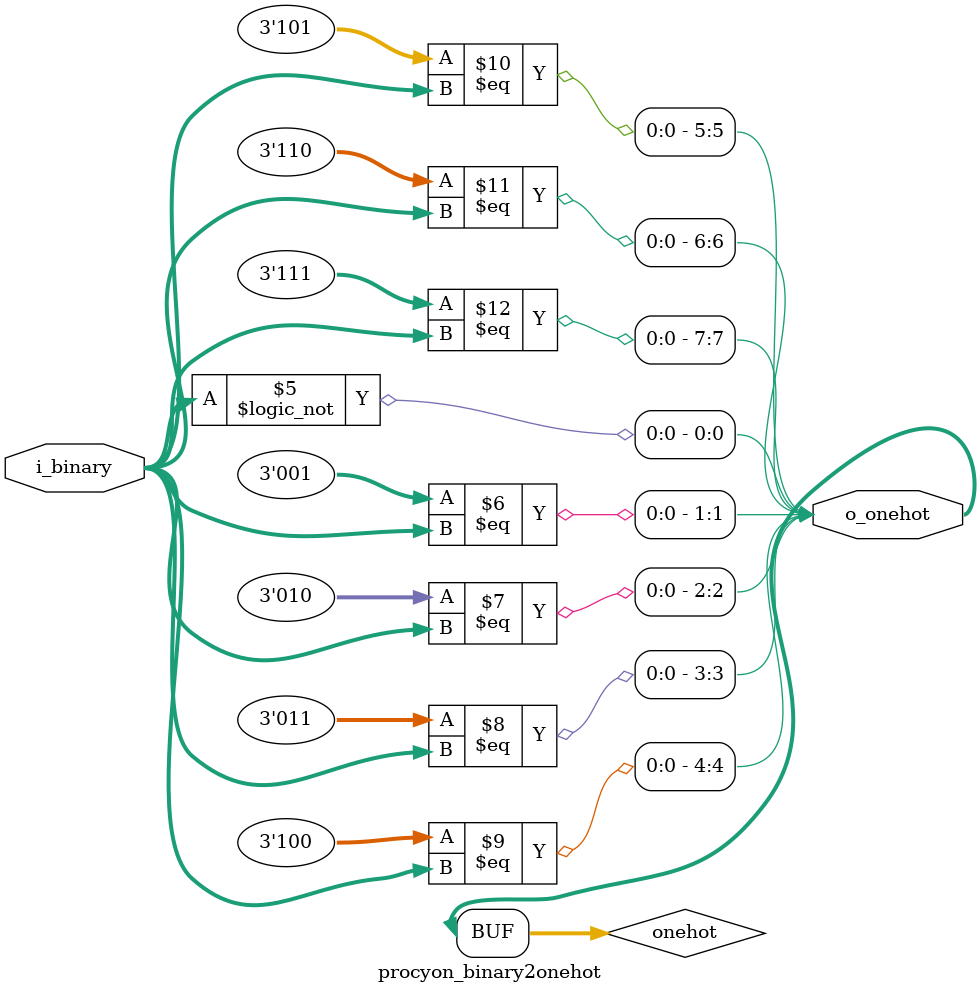
<source format=sv>
/*
 * Copyright (c) 2021 Sekhar Bhattacharya
 *
 * SPDX-License-Identifier: MIT
 */

// Convert a binary number to a one-hot vector

module procyon_binary2onehot #(
    parameter OPTN_ONEHOT_WIDTH = 8,

    parameter BINARY_WIDTH      = $clog2(OPTN_ONEHOT_WIDTH)
)(
    input  logic [BINARY_WIDTH-1:0]      i_binary,
    output logic [OPTN_ONEHOT_WIDTH-1:0] o_onehot
);

    logic [OPTN_ONEHOT_WIDTH-1:0] onehot;
    always_comb begin
        for (int i = 0; i < OPTN_ONEHOT_WIDTH; i++) begin
            onehot[i] = (BINARY_WIDTH'(i) == i_binary);
        end
    end

    assign o_onehot = onehot;

endmodule

</source>
